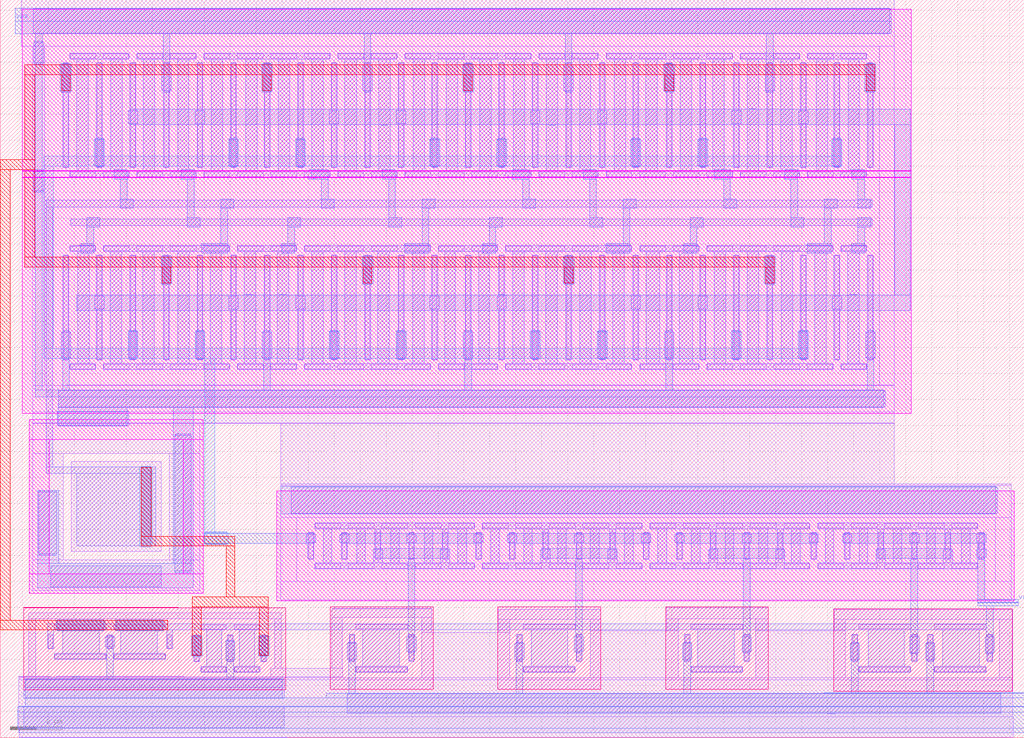
<source format=lef>
MACRO BGR_BJT_final
  CLASS BLOCK ;
  FOREIGN BGR_BJT_final ;
  ORIGIN 0.840 0.010 ;
  SIZE 39.405 BY 28.420 ;
  PIN vcc
    ANTENNADIFFAREA 17.077549 ;
    PORT
      LAYER met2 ;
        RECT 38.550 0.960 38.560 0.970 ;
    END
  END vcc
  PIN vss
    ANTENNAGATEAREA 26.728899 ;
    ANTENNADIFFAREA 55.184998 ;
    PORT
      LAYER met2 ;
        RECT -0.260 27.565 -0.250 27.575 ;
    END
  END vss
  PIN vref
    ANTENNADIFFAREA 1.160000 ;
    PORT
      LAYER met2 ;
        RECT 38.325 5.185 38.335 5.195 ;
    END
  END vref
  OBS
      LAYER pwell ;
        RECT -0.005 21.815 34.205 28.035 ;
        RECT -0.005 21.795 10.795 21.815 ;
        RECT 10.955 21.795 34.205 21.815 ;
        RECT -0.005 21.565 34.205 21.795 ;
        RECT -0.005 21.550 10.785 21.565 ;
        RECT 10.950 21.550 34.205 21.565 ;
        RECT -0.005 12.465 34.205 21.550 ;
        RECT 0.265 11.470 6.965 12.235 ;
        RECT 0.265 6.300 1.030 11.470 ;
        RECT 6.200 6.300 6.965 11.470 ;
        RECT 0.265 5.535 6.965 6.300 ;
        RECT 9.800 5.255 38.170 9.490 ;
      LAYER nwell ;
        RECT 0.065 4.990 5.985 4.995 ;
        RECT 0.065 1.835 10.140 4.990 ;
        RECT 11.855 1.840 15.815 5.030 ;
        RECT 18.305 1.840 22.265 5.030 ;
        RECT 24.755 1.840 28.715 5.030 ;
        RECT 0.085 1.830 10.140 1.835 ;
        RECT 31.235 1.775 38.100 4.950 ;
      LAYER li1 ;
        RECT -0.030 26.605 33.560 28.410 ;
        RECT 0.405 13.540 0.865 26.605 ;
        RECT 1.825 26.145 2.825 26.315 ;
        RECT 3.115 26.145 4.115 26.315 ;
        RECT 4.405 26.145 5.405 26.315 ;
        RECT 5.695 26.145 6.695 26.315 ;
        RECT 6.985 26.145 7.985 26.315 ;
        RECT 8.275 26.145 9.275 26.315 ;
        RECT 9.565 26.145 10.565 26.315 ;
        RECT 10.855 26.145 11.855 26.315 ;
        RECT 12.145 26.145 13.145 26.315 ;
        RECT 13.435 26.145 14.435 26.315 ;
        RECT 14.725 26.145 15.725 26.315 ;
        RECT 16.015 26.145 17.015 26.315 ;
        RECT 17.305 26.145 18.305 26.315 ;
        RECT 18.595 26.145 19.595 26.315 ;
        RECT 19.885 26.145 20.885 26.315 ;
        RECT 21.175 26.145 22.175 26.315 ;
        RECT 22.465 26.145 23.465 26.315 ;
        RECT 23.755 26.145 24.755 26.315 ;
        RECT 25.045 26.145 26.045 26.315 ;
        RECT 26.335 26.145 27.335 26.315 ;
        RECT 27.625 26.145 28.625 26.315 ;
        RECT 28.915 26.145 29.915 26.315 ;
        RECT 30.205 26.145 31.205 26.315 ;
        RECT 31.495 26.145 32.495 26.315 ;
        RECT 1.595 21.935 1.765 25.975 ;
        RECT 2.885 21.935 3.055 25.975 ;
        RECT 4.175 21.935 4.345 25.975 ;
        RECT 5.465 21.935 5.635 25.975 ;
        RECT 6.755 21.935 6.925 25.975 ;
        RECT 8.045 21.935 8.215 25.975 ;
        RECT 9.335 21.935 9.505 25.975 ;
        RECT 10.625 21.935 10.795 25.975 ;
        RECT 11.915 21.935 12.085 25.975 ;
        RECT 13.205 21.935 13.375 25.975 ;
        RECT 14.495 21.935 14.665 25.975 ;
        RECT 15.785 21.935 15.955 25.975 ;
        RECT 17.075 21.935 17.245 25.975 ;
        RECT 18.365 21.935 18.535 25.975 ;
        RECT 19.655 21.935 19.825 25.975 ;
        RECT 20.945 21.935 21.115 25.975 ;
        RECT 22.235 21.935 22.405 25.975 ;
        RECT 23.525 21.935 23.695 25.975 ;
        RECT 24.815 21.935 24.985 25.975 ;
        RECT 26.105 21.935 26.275 25.975 ;
        RECT 27.395 21.935 27.565 25.975 ;
        RECT 28.685 21.935 28.855 25.975 ;
        RECT 29.975 21.935 30.145 25.975 ;
        RECT 31.265 21.935 31.435 25.975 ;
        RECT 32.555 21.935 32.725 25.975 ;
        RECT 1.825 21.595 2.825 21.765 ;
        RECT 3.115 21.595 4.115 21.765 ;
        RECT 4.405 21.595 5.405 21.765 ;
        RECT 5.695 21.595 6.695 21.765 ;
        RECT 6.985 21.595 7.985 21.765 ;
        RECT 8.275 21.595 9.275 21.765 ;
        RECT 9.565 21.595 10.565 21.765 ;
        RECT 10.855 21.595 11.855 21.765 ;
        RECT 12.145 21.595 13.145 21.765 ;
        RECT 13.435 21.595 14.435 21.765 ;
        RECT 14.725 21.595 15.725 21.765 ;
        RECT 16.015 21.595 17.015 21.765 ;
        RECT 17.305 21.595 18.305 21.765 ;
        RECT 18.595 21.595 19.595 21.765 ;
        RECT 19.885 21.595 20.885 21.765 ;
        RECT 21.175 21.595 22.175 21.765 ;
        RECT 22.465 21.595 23.465 21.765 ;
        RECT 23.755 21.595 24.755 21.765 ;
        RECT 25.045 21.595 26.045 21.765 ;
        RECT 26.335 21.595 27.335 21.765 ;
        RECT 27.625 21.595 28.625 21.765 ;
        RECT 28.915 21.595 29.915 21.765 ;
        RECT 30.205 21.595 31.205 21.765 ;
        RECT 31.495 21.595 32.495 21.765 ;
        RECT 1.825 18.740 2.825 18.910 ;
        RECT 3.115 18.740 4.115 18.910 ;
        RECT 4.405 18.740 5.405 18.910 ;
        RECT 5.695 18.740 6.695 18.910 ;
        RECT 6.985 18.740 7.985 18.910 ;
        RECT 8.275 18.740 9.275 18.910 ;
        RECT 9.565 18.740 10.565 18.910 ;
        RECT 10.855 18.740 11.855 18.910 ;
        RECT 12.145 18.740 13.145 18.910 ;
        RECT 13.435 18.740 14.435 18.910 ;
        RECT 14.725 18.740 15.725 18.910 ;
        RECT 16.015 18.740 17.015 18.910 ;
        RECT 17.305 18.740 18.305 18.910 ;
        RECT 18.595 18.740 19.595 18.910 ;
        RECT 19.885 18.740 20.885 18.910 ;
        RECT 21.175 18.740 22.175 18.910 ;
        RECT 22.465 18.740 23.465 18.910 ;
        RECT 23.755 18.740 24.755 18.910 ;
        RECT 25.045 18.740 26.045 18.910 ;
        RECT 26.335 18.740 27.335 18.910 ;
        RECT 27.625 18.740 28.625 18.910 ;
        RECT 28.915 18.740 29.915 18.910 ;
        RECT 30.205 18.740 31.205 18.910 ;
        RECT 31.495 18.740 32.495 18.910 ;
        RECT 1.595 14.530 1.765 18.570 ;
        RECT 2.885 14.530 3.055 18.570 ;
        RECT 4.175 14.530 4.345 18.570 ;
        RECT 5.465 14.530 5.635 18.570 ;
        RECT 6.755 14.530 6.925 18.570 ;
        RECT 8.045 14.530 8.215 18.570 ;
        RECT 9.335 14.530 9.505 18.570 ;
        RECT 10.625 14.530 10.795 18.570 ;
        RECT 11.915 14.530 12.085 18.570 ;
        RECT 13.205 14.530 13.375 18.570 ;
        RECT 14.495 14.530 14.665 18.570 ;
        RECT 15.785 14.530 15.955 18.570 ;
        RECT 17.075 14.530 17.245 18.570 ;
        RECT 18.365 14.530 18.535 18.570 ;
        RECT 19.655 14.530 19.825 18.570 ;
        RECT 20.945 14.530 21.115 18.570 ;
        RECT 22.235 14.530 22.405 18.570 ;
        RECT 23.525 14.530 23.695 18.570 ;
        RECT 24.815 14.530 24.985 18.570 ;
        RECT 26.105 14.530 26.275 18.570 ;
        RECT 27.395 14.530 27.565 18.570 ;
        RECT 28.685 14.530 28.855 18.570 ;
        RECT 29.975 14.530 30.145 18.570 ;
        RECT 31.265 14.530 31.435 18.570 ;
        RECT 32.555 14.530 32.725 18.570 ;
        RECT 1.825 14.190 2.825 14.360 ;
        RECT 3.115 14.190 4.115 14.360 ;
        RECT 4.405 14.190 5.405 14.360 ;
        RECT 5.695 14.190 6.695 14.360 ;
        RECT 6.985 14.190 7.985 14.360 ;
        RECT 8.275 14.190 9.275 14.360 ;
        RECT 9.565 14.190 10.565 14.360 ;
        RECT 10.855 14.190 11.855 14.360 ;
        RECT 12.145 14.190 13.145 14.360 ;
        RECT 13.435 14.190 14.435 14.360 ;
        RECT 14.725 14.190 15.725 14.360 ;
        RECT 16.015 14.190 17.015 14.360 ;
        RECT 17.305 14.190 18.305 14.360 ;
        RECT 18.595 14.190 19.595 14.360 ;
        RECT 19.885 14.190 20.885 14.360 ;
        RECT 21.175 14.190 22.175 14.360 ;
        RECT 22.465 14.190 23.465 14.360 ;
        RECT 23.755 14.190 24.755 14.360 ;
        RECT 25.045 14.190 26.045 14.360 ;
        RECT 26.335 14.190 27.335 14.360 ;
        RECT 27.625 14.190 28.625 14.360 ;
        RECT 28.915 14.190 29.915 14.360 ;
        RECT 30.205 14.190 31.205 14.360 ;
        RECT 31.495 14.190 32.495 14.360 ;
        RECT 32.980 13.575 33.560 26.605 ;
        RECT 1.665 13.540 33.560 13.575 ;
        RECT 0.405 12.535 33.560 13.540 ;
        RECT 0.400 12.105 33.560 12.535 ;
        RECT 0.395 12.075 33.560 12.105 ;
        RECT 0.395 10.930 6.835 12.075 ;
        RECT 0.395 6.840 1.570 10.930 ;
        RECT 1.880 7.150 5.350 10.620 ;
        RECT 5.660 6.840 6.835 10.930 ;
        RECT 9.950 9.750 33.560 12.075 ;
        RECT 9.950 9.705 38.065 9.750 ;
        RECT 0.395 5.665 6.835 6.840 ;
        RECT 9.955 8.470 38.065 9.705 ;
        RECT 9.955 5.995 10.570 8.470 ;
        RECT 11.255 8.060 12.255 8.230 ;
        RECT 12.545 8.060 13.545 8.230 ;
        RECT 13.835 8.060 14.835 8.230 ;
        RECT 15.125 8.060 16.125 8.230 ;
        RECT 16.415 8.060 17.415 8.230 ;
        RECT 17.705 8.060 18.705 8.230 ;
        RECT 18.995 8.060 19.995 8.230 ;
        RECT 20.285 8.060 21.285 8.230 ;
        RECT 21.575 8.060 22.575 8.230 ;
        RECT 22.865 8.060 23.865 8.230 ;
        RECT 24.155 8.060 25.155 8.230 ;
        RECT 25.445 8.060 26.445 8.230 ;
        RECT 26.735 8.060 27.735 8.230 ;
        RECT 28.025 8.060 29.025 8.230 ;
        RECT 29.315 8.060 30.315 8.230 ;
        RECT 30.605 8.060 31.605 8.230 ;
        RECT 31.895 8.060 32.895 8.230 ;
        RECT 33.185 8.060 34.185 8.230 ;
        RECT 34.475 8.060 35.475 8.230 ;
        RECT 35.765 8.060 36.765 8.230 ;
        RECT 11.025 6.850 11.195 7.890 ;
        RECT 12.315 6.850 12.485 7.890 ;
        RECT 13.605 6.850 13.775 7.890 ;
        RECT 14.895 6.850 15.065 7.890 ;
        RECT 16.185 6.850 16.355 7.890 ;
        RECT 17.475 6.850 17.645 7.890 ;
        RECT 18.765 6.850 18.935 7.890 ;
        RECT 20.055 6.850 20.225 7.890 ;
        RECT 21.345 6.850 21.515 7.890 ;
        RECT 22.635 6.850 22.805 7.890 ;
        RECT 23.925 6.850 24.095 7.890 ;
        RECT 25.215 6.850 25.385 7.890 ;
        RECT 26.505 6.850 26.675 7.890 ;
        RECT 27.795 6.850 27.965 7.890 ;
        RECT 29.085 6.850 29.255 7.890 ;
        RECT 30.375 6.850 30.545 7.890 ;
        RECT 31.665 6.850 31.835 7.890 ;
        RECT 32.955 6.850 33.125 7.890 ;
        RECT 34.245 6.850 34.415 7.890 ;
        RECT 35.535 6.850 35.705 7.890 ;
        RECT 36.825 6.850 36.995 7.890 ;
        RECT 11.255 6.510 12.255 6.680 ;
        RECT 12.545 6.510 13.545 6.680 ;
        RECT 13.835 6.510 14.835 6.680 ;
        RECT 15.125 6.510 16.125 6.680 ;
        RECT 16.415 6.510 17.415 6.680 ;
        RECT 17.705 6.510 18.705 6.680 ;
        RECT 18.995 6.510 19.995 6.680 ;
        RECT 20.285 6.510 21.285 6.680 ;
        RECT 21.575 6.510 22.575 6.680 ;
        RECT 22.865 6.510 23.865 6.680 ;
        RECT 24.155 6.510 25.155 6.680 ;
        RECT 25.445 6.510 26.445 6.680 ;
        RECT 26.735 6.510 27.735 6.680 ;
        RECT 28.025 6.510 29.025 6.680 ;
        RECT 29.315 6.510 30.315 6.680 ;
        RECT 30.605 6.510 31.605 6.680 ;
        RECT 31.895 6.510 32.895 6.680 ;
        RECT 33.185 6.510 34.185 6.680 ;
        RECT 34.475 6.510 35.475 6.680 ;
        RECT 35.765 6.510 36.765 6.680 ;
        RECT 37.450 5.995 38.065 8.470 ;
        RECT 9.955 5.300 38.065 5.995 ;
        RECT 11.930 4.950 15.765 4.960 ;
        RECT 0.255 4.560 9.960 4.800 ;
        RECT 0.255 2.340 0.515 4.560 ;
        RECT 1.235 4.165 3.235 4.335 ;
        RECT 3.525 4.165 5.525 4.335 ;
        RECT 6.860 4.165 7.860 4.335 ;
        RECT 8.150 4.165 9.150 4.335 ;
        RECT 1.005 3.410 1.175 3.950 ;
        RECT 3.295 3.410 3.465 3.950 ;
        RECT 5.585 3.410 5.755 3.950 ;
        RECT 1.235 3.025 3.235 3.195 ;
        RECT 3.525 3.025 5.525 3.195 ;
        RECT 6.630 2.910 6.800 3.950 ;
        RECT 7.920 2.910 8.090 3.950 ;
        RECT 9.210 2.910 9.380 3.950 ;
        RECT 6.860 2.525 7.860 2.695 ;
        RECT 8.150 2.525 9.150 2.695 ;
        RECT 9.715 2.655 9.960 4.560 ;
        RECT 11.920 4.620 15.765 4.950 ;
        RECT 11.920 2.655 12.310 4.620 ;
        RECT 12.835 4.170 14.835 4.340 ;
        RECT 15.370 4.040 15.760 4.620 ;
        RECT 18.315 4.550 22.265 4.930 ;
        RECT 18.335 4.040 18.760 4.550 ;
        RECT 19.285 4.170 21.285 4.340 ;
        RECT 12.605 2.915 12.775 3.955 ;
        RECT 14.895 2.915 15.065 3.955 ;
        RECT -0.130 2.335 1.070 2.340 ;
        RECT 1.300 2.335 6.240 2.340 ;
        RECT -0.130 2.325 6.240 2.335 ;
        RECT 9.555 2.325 12.325 2.655 ;
        RECT 12.835 2.530 14.835 2.700 ;
        RECT -0.130 2.290 12.325 2.325 ;
        RECT 15.370 2.290 18.760 4.040 ;
        RECT 21.865 4.100 22.265 4.550 ;
        RECT 24.795 4.560 28.715 4.975 ;
        RECT 31.265 4.920 38.115 4.930 ;
        RECT 24.795 4.100 25.250 4.560 ;
        RECT 25.735 4.170 27.735 4.340 ;
        RECT 19.055 2.915 19.225 3.955 ;
        RECT 21.345 2.915 21.515 3.955 ;
        RECT 19.285 2.530 21.285 2.700 ;
        RECT 21.865 2.295 25.250 4.100 ;
        RECT 28.235 4.100 28.715 4.560 ;
        RECT 31.255 4.535 38.115 4.920 ;
        RECT 31.255 4.100 31.680 4.535 ;
        RECT 32.185 4.170 34.185 4.340 ;
        RECT 35.090 4.170 37.090 4.340 ;
        RECT 25.505 2.915 25.675 3.955 ;
        RECT 27.795 2.915 27.965 3.955 ;
        RECT 25.735 2.530 27.735 2.700 ;
        RECT 28.235 2.295 31.680 4.100 ;
        RECT 31.955 2.915 32.125 3.955 ;
        RECT 34.245 2.915 34.415 3.955 ;
        RECT 34.860 2.915 35.030 3.955 ;
        RECT 37.150 2.915 37.320 3.955 ;
        RECT 32.185 2.530 34.185 2.700 ;
        RECT 35.090 2.530 37.090 2.700 ;
        RECT 21.865 2.290 25.730 2.295 ;
        RECT 28.230 2.290 31.680 2.295 ;
        RECT 37.595 2.290 38.115 4.535 ;
        RECT -0.130 2.210 38.115 2.290 ;
        RECT -0.130 0.790 38.110 2.210 ;
        RECT -0.130 0.170 38.145 0.790 ;
        RECT -0.125 0.000 38.145 0.170 ;
        RECT -0.125 -0.010 10.175 0.000 ;
      LAYER met1 ;
        RECT 0.425 27.120 33.435 28.050 ;
        RECT 0.470 26.740 0.800 26.800 ;
        RECT 0.450 25.980 0.820 26.740 ;
        RECT 1.845 26.115 4.095 26.345 ;
        RECT 4.425 26.115 6.675 26.345 ;
        RECT 7.005 26.115 11.835 26.345 ;
        RECT 12.165 26.115 14.415 26.345 ;
        RECT 14.745 26.115 19.575 26.345 ;
        RECT 19.905 26.115 22.155 26.345 ;
        RECT 22.485 26.115 27.315 26.345 ;
        RECT 27.645 26.115 29.895 26.345 ;
        RECT 30.225 26.115 32.475 26.345 ;
        RECT 0.470 25.920 0.800 25.980 ;
        RECT 1.565 25.895 1.795 25.955 ;
        RECT 1.470 24.895 1.890 25.895 ;
        RECT 1.565 21.955 1.795 24.895 ;
        RECT 0.470 21.790 0.800 21.850 ;
        RECT 2.090 21.795 2.535 26.115 ;
        RECT 2.855 23.015 3.085 25.955 ;
        RECT 2.780 22.015 3.160 23.015 ;
        RECT 2.855 21.955 3.085 22.015 ;
        RECT 3.410 21.810 3.855 26.115 ;
        RECT 4.145 24.135 4.375 25.955 ;
        RECT 4.080 23.635 4.440 24.135 ;
        RECT 4.145 21.955 4.375 23.635 ;
        RECT 3.410 21.795 4.085 21.810 ;
        RECT 4.655 21.795 5.100 26.115 ;
        RECT 5.435 25.895 5.665 25.955 ;
        RECT 5.370 24.895 5.730 25.895 ;
        RECT 5.435 21.955 5.665 24.895 ;
        RECT 5.975 21.810 6.415 26.115 ;
        RECT 6.725 24.135 6.955 25.955 ;
        RECT 6.660 23.635 7.020 24.135 ;
        RECT 6.725 21.955 6.955 23.635 ;
        RECT 5.975 21.795 6.665 21.810 ;
        RECT 7.280 21.795 7.720 26.115 ;
        RECT 8.015 23.015 8.245 25.955 ;
        RECT 7.940 22.015 8.320 23.015 ;
        RECT 8.015 21.955 8.245 22.015 ;
        RECT 8.595 21.795 9.035 26.115 ;
        RECT 9.305 25.895 9.535 25.955 ;
        RECT 9.210 24.895 9.630 25.895 ;
        RECT 9.305 21.955 9.535 24.895 ;
        RECT 9.845 21.795 10.285 26.115 ;
        RECT 10.595 23.015 10.825 25.955 ;
        RECT 10.520 22.015 10.900 23.015 ;
        RECT 10.595 21.955 10.825 22.015 ;
        RECT 11.140 21.860 11.580 26.115 ;
        RECT 11.885 24.135 12.115 25.955 ;
        RECT 11.820 23.635 12.180 24.135 ;
        RECT 11.885 21.955 12.115 23.635 ;
        RECT 11.030 21.810 11.580 21.860 ;
        RECT 11.030 21.795 11.825 21.810 ;
        RECT 12.405 21.795 12.870 26.115 ;
        RECT 13.175 25.895 13.405 25.955 ;
        RECT 13.110 24.895 13.470 25.895 ;
        RECT 13.175 21.955 13.405 24.895 ;
        RECT 13.715 21.810 14.155 26.115 ;
        RECT 14.465 24.135 14.695 25.955 ;
        RECT 14.400 23.635 14.760 24.135 ;
        RECT 14.465 21.955 14.695 23.635 ;
        RECT 13.715 21.795 14.405 21.810 ;
        RECT 15.040 21.795 15.480 26.115 ;
        RECT 15.755 23.015 15.985 25.955 ;
        RECT 15.680 22.015 16.060 23.015 ;
        RECT 15.755 21.955 15.985 22.015 ;
        RECT 16.320 21.795 16.760 26.115 ;
        RECT 17.045 25.895 17.275 25.955 ;
        RECT 16.950 24.895 17.370 25.895 ;
        RECT 17.045 21.955 17.275 24.895 ;
        RECT 17.605 21.795 18.045 26.115 ;
        RECT 18.335 23.015 18.565 25.955 ;
        RECT 18.260 22.015 18.640 23.015 ;
        RECT 18.335 21.955 18.565 22.015 ;
        RECT 18.900 21.810 19.340 26.115 ;
        RECT 19.625 24.135 19.855 25.955 ;
        RECT 19.560 23.635 19.920 24.135 ;
        RECT 19.625 21.955 19.855 23.635 ;
        RECT 18.815 21.795 19.565 21.810 ;
        RECT 20.160 21.795 20.600 26.115 ;
        RECT 20.915 25.895 21.145 25.955 ;
        RECT 20.845 24.895 21.205 25.895 ;
        RECT 20.915 21.955 21.145 24.895 ;
        RECT 21.445 21.810 21.885 26.115 ;
        RECT 22.205 24.135 22.435 25.955 ;
        RECT 22.140 23.635 22.500 24.135 ;
        RECT 22.205 21.955 22.435 23.635 ;
        RECT 21.445 21.795 22.145 21.810 ;
        RECT 22.780 21.795 23.220 26.115 ;
        RECT 23.495 23.015 23.725 25.955 ;
        RECT 23.420 22.015 23.800 23.015 ;
        RECT 23.495 21.955 23.725 22.015 ;
        RECT 24.000 21.795 24.440 26.115 ;
        RECT 24.785 25.895 25.015 25.955 ;
        RECT 24.690 24.895 25.110 25.895 ;
        RECT 24.785 21.955 25.015 24.895 ;
        RECT 25.325 21.795 25.765 26.115 ;
        RECT 26.075 23.015 26.305 25.955 ;
        RECT 26.000 22.015 26.380 23.015 ;
        RECT 26.075 21.955 26.305 22.015 ;
        RECT 26.580 21.810 27.020 26.115 ;
        RECT 27.365 24.135 27.595 25.955 ;
        RECT 27.300 23.635 27.660 24.135 ;
        RECT 27.365 21.955 27.595 23.635 ;
        RECT 26.580 21.795 27.305 21.810 ;
        RECT 27.910 21.795 28.350 26.115 ;
        RECT 28.655 25.895 28.885 25.955 ;
        RECT 28.590 24.895 28.950 25.895 ;
        RECT 28.655 21.955 28.885 24.895 ;
        RECT 29.195 21.810 29.635 26.115 ;
        RECT 29.945 24.135 30.175 25.955 ;
        RECT 29.880 23.635 30.240 24.135 ;
        RECT 29.945 21.955 30.175 23.635 ;
        RECT 29.195 21.795 29.885 21.810 ;
        RECT 30.565 21.795 31.005 26.115 ;
        RECT 31.235 23.015 31.465 25.955 ;
        RECT 31.160 22.015 31.540 23.015 ;
        RECT 31.235 21.955 31.465 22.015 ;
        RECT 31.780 21.810 32.220 26.115 ;
        RECT 32.525 25.895 32.755 25.955 ;
        RECT 32.430 24.895 32.850 25.895 ;
        RECT 32.525 21.955 32.755 24.895 ;
        RECT 31.780 21.795 32.465 21.810 ;
        RECT 0.450 21.050 0.820 21.790 ;
        RECT 1.845 21.565 4.095 21.795 ;
        RECT 4.425 21.565 6.675 21.795 ;
        RECT 7.005 21.565 11.835 21.795 ;
        RECT 12.165 21.565 14.415 21.795 ;
        RECT 14.745 21.565 19.575 21.795 ;
        RECT 19.905 21.565 22.155 21.795 ;
        RECT 22.485 21.565 27.315 21.795 ;
        RECT 27.645 21.565 29.895 21.795 ;
        RECT 30.225 21.565 32.475 21.795 ;
        RECT 3.485 21.550 4.085 21.565 ;
        RECT 6.065 21.550 6.665 21.565 ;
        RECT 11.030 21.550 11.825 21.565 ;
        RECT 13.805 21.550 14.405 21.565 ;
        RECT 18.815 21.550 19.565 21.565 ;
        RECT 21.545 21.550 22.145 21.565 ;
        RECT 26.600 21.550 27.305 21.565 ;
        RECT 29.285 21.550 29.885 21.565 ;
        RECT 31.865 21.550 32.465 21.565 ;
        RECT 11.030 21.500 11.255 21.550 ;
        RECT 0.470 20.990 0.800 21.050 ;
        RECT 0.920 20.420 32.705 20.680 ;
        RECT 0.920 10.410 1.180 20.420 ;
        RECT 1.875 19.695 32.705 19.955 ;
        RECT 2.195 18.940 2.795 18.955 ;
        RECT 6.855 18.940 7.955 18.955 ;
        RECT 9.935 18.940 10.535 18.955 ;
        RECT 14.675 18.940 15.695 18.955 ;
        RECT 17.675 18.940 18.275 18.955 ;
        RECT 22.415 18.940 23.435 18.955 ;
        RECT 25.415 18.940 26.015 18.955 ;
        RECT 30.155 18.940 31.175 18.955 ;
        RECT 31.865 18.940 32.465 18.955 ;
        RECT 1.845 18.710 2.805 18.940 ;
        RECT 3.135 18.710 7.965 18.940 ;
        RECT 8.295 18.710 10.545 18.940 ;
        RECT 10.875 18.710 15.705 18.940 ;
        RECT 16.035 18.710 18.285 18.940 ;
        RECT 18.615 18.710 23.445 18.940 ;
        RECT 23.775 18.710 26.025 18.940 ;
        RECT 26.355 18.710 31.185 18.940 ;
        RECT 31.515 18.710 32.475 18.940 ;
        RECT 2.130 18.695 2.795 18.710 ;
        RECT 1.565 15.610 1.795 18.550 ;
        RECT 1.500 14.610 1.860 15.610 ;
        RECT 1.565 14.550 1.795 14.610 ;
        RECT 2.130 14.390 2.570 18.695 ;
        RECT 2.855 16.985 3.085 18.550 ;
        RECT 2.790 16.485 3.150 16.985 ;
        RECT 2.855 14.550 3.085 16.485 ;
        RECT 3.390 14.390 3.830 18.710 ;
        RECT 4.145 15.615 4.375 18.550 ;
        RECT 4.070 14.615 4.450 15.615 ;
        RECT 4.145 14.550 4.375 14.615 ;
        RECT 4.635 14.390 5.075 18.710 ;
        RECT 5.435 18.490 5.665 18.550 ;
        RECT 5.340 17.490 5.760 18.490 ;
        RECT 5.435 14.550 5.665 17.490 ;
        RECT 5.985 14.390 6.425 18.710 ;
        RECT 6.855 18.695 7.955 18.710 ;
        RECT 6.725 15.610 6.955 18.550 ;
        RECT 6.650 14.610 7.030 15.610 ;
        RECT 6.725 14.550 6.955 14.610 ;
        RECT 7.230 14.390 7.670 18.695 ;
        RECT 8.015 16.985 8.245 18.550 ;
        RECT 7.950 16.485 8.310 16.985 ;
        RECT 8.015 14.550 8.245 16.485 ;
        RECT 8.545 14.390 8.985 18.710 ;
        RECT 9.815 18.695 10.535 18.710 ;
        RECT 9.305 15.610 9.535 18.550 ;
        RECT 9.240 14.610 9.600 15.610 ;
        RECT 9.305 14.550 9.535 14.610 ;
        RECT 9.815 14.390 10.255 18.695 ;
        RECT 10.595 16.985 10.825 18.550 ;
        RECT 10.530 16.485 10.890 16.985 ;
        RECT 10.595 14.550 10.825 16.485 ;
        RECT 11.150 14.390 11.590 18.710 ;
        RECT 11.885 15.610 12.115 18.550 ;
        RECT 11.810 14.610 12.190 15.610 ;
        RECT 11.885 14.550 12.115 14.610 ;
        RECT 12.415 14.390 12.855 18.710 ;
        RECT 13.175 18.490 13.405 18.550 ;
        RECT 13.080 17.490 13.500 18.490 ;
        RECT 13.175 14.550 13.405 17.490 ;
        RECT 13.675 14.390 14.115 18.710 ;
        RECT 14.675 18.695 15.695 18.710 ;
        RECT 14.465 15.610 14.695 18.550 ;
        RECT 14.390 14.610 14.770 15.610 ;
        RECT 14.465 14.550 14.695 14.610 ;
        RECT 15.030 14.390 15.470 18.695 ;
        RECT 15.755 16.985 15.985 18.550 ;
        RECT 15.690 16.485 16.050 16.985 ;
        RECT 15.755 14.550 15.985 16.485 ;
        RECT 16.260 14.390 16.665 18.710 ;
        RECT 17.560 18.695 18.275 18.710 ;
        RECT 17.045 15.610 17.275 18.550 ;
        RECT 16.980 14.610 17.340 15.610 ;
        RECT 17.045 14.550 17.275 14.610 ;
        RECT 17.560 14.390 17.965 18.695 ;
        RECT 18.335 16.990 18.565 18.550 ;
        RECT 18.270 16.490 18.630 16.990 ;
        RECT 18.335 14.550 18.565 16.490 ;
        RECT 18.870 14.390 19.310 18.710 ;
        RECT 19.625 15.610 19.855 18.550 ;
        RECT 19.550 14.610 19.930 15.610 ;
        RECT 19.625 14.550 19.855 14.610 ;
        RECT 20.150 14.390 20.590 18.710 ;
        RECT 20.915 18.490 21.145 18.550 ;
        RECT 20.820 17.490 21.240 18.490 ;
        RECT 20.915 14.550 21.145 17.490 ;
        RECT 21.455 14.390 21.895 18.710 ;
        RECT 22.415 18.695 23.435 18.710 ;
        RECT 22.205 15.610 22.435 18.550 ;
        RECT 22.130 14.610 22.510 15.610 ;
        RECT 22.205 14.550 22.435 14.610 ;
        RECT 22.730 14.390 23.170 18.695 ;
        RECT 23.495 16.985 23.725 18.550 ;
        RECT 23.430 16.485 23.790 16.985 ;
        RECT 23.495 14.550 23.725 16.485 ;
        RECT 24.005 14.390 24.535 18.710 ;
        RECT 25.280 18.695 26.015 18.710 ;
        RECT 24.785 15.610 25.015 18.550 ;
        RECT 24.720 14.610 25.080 15.610 ;
        RECT 24.785 14.550 25.015 14.610 ;
        RECT 25.280 14.390 25.810 18.695 ;
        RECT 26.075 16.985 26.305 18.550 ;
        RECT 26.010 16.485 26.370 16.985 ;
        RECT 26.075 14.550 26.305 16.485 ;
        RECT 26.630 14.390 27.070 18.710 ;
        RECT 27.365 15.610 27.595 18.550 ;
        RECT 27.290 14.610 27.670 15.610 ;
        RECT 27.365 14.550 27.595 14.610 ;
        RECT 27.910 14.390 28.350 18.710 ;
        RECT 28.655 18.490 28.885 18.550 ;
        RECT 28.560 17.490 28.980 18.490 ;
        RECT 28.655 14.550 28.885 17.490 ;
        RECT 29.205 14.390 29.645 18.710 ;
        RECT 30.155 18.695 31.175 18.710 ;
        RECT 31.770 18.695 32.465 18.710 ;
        RECT 29.945 15.610 30.175 18.550 ;
        RECT 29.870 14.610 30.250 15.610 ;
        RECT 29.945 14.550 30.175 14.610 ;
        RECT 30.505 14.390 30.945 18.695 ;
        RECT 31.235 16.985 31.465 18.550 ;
        RECT 31.170 16.485 31.530 16.985 ;
        RECT 31.235 14.550 31.465 16.485 ;
        RECT 31.770 14.390 32.210 18.695 ;
        RECT 32.525 15.610 32.755 18.550 ;
        RECT 32.460 14.610 32.820 15.610 ;
        RECT 32.525 14.550 32.755 14.610 ;
        RECT 1.845 14.160 2.805 14.390 ;
        RECT 3.135 14.160 7.965 14.390 ;
        RECT 8.295 14.160 10.545 14.390 ;
        RECT 10.875 14.160 15.705 14.390 ;
        RECT 16.035 14.160 18.285 14.390 ;
        RECT 18.615 14.160 23.445 14.390 ;
        RECT 23.775 14.160 26.025 14.390 ;
        RECT 26.355 14.160 31.185 14.390 ;
        RECT 31.515 14.160 32.475 14.390 ;
        RECT 1.385 12.725 33.215 13.345 ;
        RECT 1.350 12.000 4.105 12.540 ;
        RECT 5.885 11.615 6.485 11.675 ;
        RECT 0.920 10.150 5.140 10.410 ;
        RECT 0.650 9.450 1.310 9.510 ;
        RECT 0.630 7.055 1.330 9.450 ;
        RECT 2.090 7.360 5.140 10.150 ;
        RECT 0.650 6.995 1.310 7.055 ;
        RECT 1.105 5.795 5.350 6.595 ;
        RECT 5.865 6.400 6.505 11.615 ;
        RECT 10.360 8.625 37.515 9.640 ;
        RECT 11.275 8.030 17.395 8.260 ;
        RECT 17.725 8.030 23.845 8.260 ;
        RECT 24.175 8.030 30.295 8.260 ;
        RECT 30.625 8.030 36.745 8.260 ;
        RECT 10.995 7.810 11.225 7.870 ;
        RECT 10.930 7.510 11.290 7.810 ;
        RECT 10.995 6.870 11.225 7.510 ;
        RECT 11.580 6.710 11.915 8.030 ;
        RECT 12.285 7.810 12.515 7.870 ;
        RECT 12.220 7.510 12.580 7.810 ;
        RECT 12.285 6.870 12.515 7.510 ;
        RECT 12.870 6.710 13.205 8.030 ;
        RECT 13.575 7.230 13.805 8.030 ;
        RECT 13.510 6.710 13.870 7.230 ;
        RECT 14.180 6.710 14.515 8.030 ;
        RECT 14.865 7.810 15.095 7.870 ;
        RECT 14.800 7.510 15.160 7.810 ;
        RECT 14.865 6.870 15.095 7.510 ;
        RECT 15.465 6.710 15.800 8.030 ;
        RECT 16.155 7.230 16.385 8.030 ;
        RECT 16.090 6.710 16.450 7.230 ;
        RECT 16.765 6.710 17.100 8.030 ;
        RECT 17.445 7.810 17.675 7.870 ;
        RECT 17.380 7.510 17.740 7.810 ;
        RECT 17.445 6.870 17.675 7.510 ;
        RECT 18.025 6.710 18.360 8.030 ;
        RECT 18.735 7.810 18.965 7.870 ;
        RECT 18.670 7.510 19.030 7.810 ;
        RECT 18.735 6.870 18.965 7.510 ;
        RECT 19.295 6.710 19.630 8.030 ;
        RECT 20.025 7.230 20.255 8.030 ;
        RECT 19.960 6.710 20.320 7.230 ;
        RECT 20.600 6.710 20.935 8.030 ;
        RECT 21.315 7.810 21.545 7.870 ;
        RECT 21.250 7.510 21.610 7.810 ;
        RECT 21.315 6.870 21.545 7.510 ;
        RECT 21.865 6.710 22.200 8.030 ;
        RECT 22.605 7.230 22.835 8.030 ;
        RECT 22.540 6.710 22.900 7.230 ;
        RECT 23.175 6.710 23.510 8.030 ;
        RECT 23.895 7.810 24.125 7.870 ;
        RECT 23.830 7.510 24.190 7.810 ;
        RECT 23.895 6.870 24.125 7.510 ;
        RECT 24.465 6.710 24.800 8.030 ;
        RECT 25.185 7.810 25.415 7.870 ;
        RECT 25.120 7.510 25.480 7.810 ;
        RECT 25.185 6.870 25.415 7.510 ;
        RECT 25.750 6.710 26.085 8.030 ;
        RECT 26.475 7.230 26.705 8.030 ;
        RECT 26.410 6.710 26.770 7.230 ;
        RECT 27.055 6.710 27.390 8.030 ;
        RECT 27.765 7.810 27.995 7.870 ;
        RECT 27.700 7.510 28.060 7.810 ;
        RECT 27.765 6.870 27.995 7.510 ;
        RECT 28.350 6.710 28.685 8.030 ;
        RECT 29.055 7.230 29.285 8.030 ;
        RECT 28.990 6.710 29.350 7.230 ;
        RECT 29.600 6.710 29.935 8.030 ;
        RECT 30.345 7.810 30.575 7.870 ;
        RECT 30.280 7.510 30.640 7.810 ;
        RECT 30.345 6.870 30.575 7.510 ;
        RECT 30.900 6.710 31.235 8.030 ;
        RECT 31.635 7.810 31.865 7.870 ;
        RECT 31.570 7.510 31.930 7.810 ;
        RECT 31.635 6.870 31.865 7.510 ;
        RECT 32.210 6.710 32.545 8.030 ;
        RECT 32.925 7.230 33.155 8.030 ;
        RECT 32.860 6.710 33.220 7.230 ;
        RECT 33.510 6.710 33.845 8.030 ;
        RECT 34.215 7.810 34.445 7.870 ;
        RECT 34.150 7.510 34.510 7.810 ;
        RECT 34.215 6.870 34.445 7.510 ;
        RECT 34.805 6.710 35.140 8.030 ;
        RECT 35.505 7.230 35.735 8.030 ;
        RECT 35.440 6.710 35.800 7.230 ;
        RECT 36.140 6.710 36.475 8.030 ;
        RECT 36.795 7.810 37.025 7.870 ;
        RECT 36.730 7.510 37.090 7.810 ;
        RECT 36.795 7.230 37.025 7.510 ;
        RECT 36.730 6.930 37.090 7.230 ;
        RECT 36.795 6.870 37.025 6.930 ;
        RECT 11.275 6.480 17.395 6.710 ;
        RECT 17.725 6.480 23.845 6.710 ;
        RECT 24.175 6.480 30.295 6.710 ;
        RECT 30.625 6.480 36.745 6.710 ;
        RECT 5.885 6.340 6.485 6.400 ;
        RECT 1.300 4.365 3.195 4.470 ;
        RECT 3.570 4.365 5.465 4.470 ;
        RECT 8.765 4.365 37.095 4.370 ;
        RECT 0.975 4.140 37.095 4.365 ;
        RECT 0.975 4.135 12.005 4.140 ;
        RECT 0.975 3.430 1.205 4.135 ;
        RECT 1.550 3.225 2.960 4.135 ;
        RECT 3.265 3.870 3.495 3.930 ;
        RECT 3.200 3.490 3.560 3.870 ;
        RECT 3.265 3.430 3.495 3.490 ;
        RECT 3.785 3.225 5.195 4.135 ;
        RECT 5.555 3.430 5.785 4.135 ;
        RECT 6.600 3.870 6.830 3.930 ;
        RECT 1.255 2.995 3.215 3.225 ;
        RECT 3.545 2.995 5.505 3.225 ;
        RECT 6.505 3.170 6.925 3.870 ;
        RECT 6.600 2.930 6.830 3.170 ;
        RECT 7.095 2.725 7.685 4.135 ;
        RECT 7.890 3.690 8.120 3.930 ;
        RECT 7.825 2.990 8.185 3.690 ;
        RECT 7.890 2.930 8.120 2.990 ;
        RECT 8.355 2.725 8.945 4.135 ;
        RECT 9.180 3.870 9.410 3.930 ;
        RECT 9.085 3.170 9.505 3.870 ;
        RECT 12.575 3.610 12.805 3.935 ;
        RECT 9.180 2.930 9.410 3.170 ;
        RECT 12.510 2.995 12.870 3.610 ;
        RECT 12.575 2.935 12.805 2.995 ;
        RECT 13.105 2.730 14.500 4.140 ;
        RECT 14.865 3.875 15.095 3.935 ;
        RECT 14.800 3.310 15.160 3.875 ;
        RECT 19.025 3.610 19.255 3.935 ;
        RECT 14.865 2.935 15.095 3.310 ;
        RECT 18.960 2.995 19.320 3.610 ;
        RECT 19.025 2.935 19.255 2.995 ;
        RECT 19.595 2.730 20.990 4.140 ;
        RECT 21.315 3.875 21.545 3.935 ;
        RECT 21.250 3.310 21.610 3.875 ;
        RECT 25.475 3.610 25.705 3.935 ;
        RECT 21.315 2.935 21.545 3.310 ;
        RECT 25.410 2.995 25.770 3.610 ;
        RECT 25.475 2.935 25.705 2.995 ;
        RECT 26.000 2.730 27.395 4.140 ;
        RECT 27.765 3.875 27.995 3.935 ;
        RECT 27.700 3.310 28.060 3.875 ;
        RECT 31.925 3.615 32.155 3.935 ;
        RECT 27.765 2.935 27.995 3.310 ;
        RECT 31.860 2.995 32.220 3.615 ;
        RECT 31.925 2.935 32.155 2.995 ;
        RECT 32.550 2.730 33.945 4.140 ;
        RECT 34.215 3.875 34.445 3.935 ;
        RECT 34.150 3.260 34.510 3.875 ;
        RECT 34.830 3.610 35.060 3.935 ;
        RECT 34.215 2.935 34.445 3.260 ;
        RECT 34.765 2.995 35.125 3.610 ;
        RECT 34.830 2.935 35.060 2.995 ;
        RECT 35.430 2.730 36.825 4.140 ;
        RECT 37.120 3.875 37.350 3.935 ;
        RECT 37.055 3.260 37.415 3.875 ;
        RECT 37.120 2.935 37.350 3.260 ;
        RECT 6.880 2.495 7.840 2.725 ;
        RECT 8.170 2.495 9.130 2.725 ;
        RECT 12.855 2.500 14.815 2.730 ;
        RECT 19.305 2.500 21.265 2.730 ;
        RECT 25.755 2.500 27.715 2.730 ;
        RECT 32.205 2.500 34.165 2.730 ;
        RECT 35.110 2.500 37.070 2.730 ;
        RECT 5.025 2.225 10.075 2.235 ;
        RECT 0.060 1.505 10.075 2.225 ;
        RECT 30.970 1.670 31.260 1.690 ;
        RECT 5.025 1.500 10.075 1.505 ;
        RECT 0.065 0.370 10.080 1.170 ;
        RECT 12.510 0.915 37.655 1.670 ;
        RECT 30.970 0.895 31.260 0.915 ;
      LAYER met2 ;
        RECT -0.260 27.575 33.375 28.070 ;
        RECT -0.250 27.565 33.375 27.575 ;
        RECT -0.260 27.100 33.375 27.565 ;
        RECT 0.500 13.365 0.770 27.100 ;
        RECT 1.520 24.845 1.840 25.945 ;
        RECT 5.420 24.845 5.680 27.100 ;
        RECT 9.260 24.845 9.580 25.945 ;
        RECT 13.160 24.845 13.420 27.100 ;
        RECT 17.000 24.845 17.320 25.945 ;
        RECT 20.895 24.845 21.155 27.100 ;
        RECT 24.740 24.845 25.060 25.945 ;
        RECT 28.640 24.845 28.900 27.100 ;
        RECT 32.480 24.845 32.800 25.945 ;
        RECT 12.485 24.185 12.745 24.190 ;
        RECT 21.520 24.185 21.780 24.190 ;
        RECT 27.975 24.185 28.235 24.200 ;
        RECT 29.285 24.185 29.545 24.190 ;
        RECT 4.130 23.585 34.170 24.185 ;
        RECT 13.795 23.580 14.055 23.585 ;
        RECT 20.260 23.575 20.520 23.585 ;
        RECT 2.830 21.965 3.110 23.065 ;
        RECT 7.990 21.965 8.270 23.065 ;
        RECT 10.570 21.965 10.850 23.065 ;
        RECT 15.730 21.965 16.010 23.065 ;
        RECT 18.310 21.965 18.590 23.065 ;
        RECT 23.470 21.965 23.750 23.065 ;
        RECT 26.050 21.965 26.330 23.065 ;
        RECT 31.210 21.965 31.490 23.065 ;
        RECT 3.535 21.500 4.035 21.860 ;
        RECT 6.115 21.500 6.615 21.860 ;
        RECT 11.115 21.500 11.775 21.860 ;
        RECT 13.855 21.500 14.355 21.860 ;
        RECT 18.885 21.500 19.515 21.860 ;
        RECT 21.595 21.500 22.095 21.860 ;
        RECT 26.630 21.500 27.255 21.860 ;
        RECT 29.335 21.500 29.835 21.860 ;
        RECT 31.915 21.500 32.415 21.860 ;
        RECT 3.775 20.730 4.035 21.500 ;
        RECT 3.775 20.370 4.275 20.730 ;
        RECT 6.355 20.005 6.615 21.500 ;
        RECT 11.515 20.730 11.775 21.500 ;
        RECT 7.645 20.370 8.145 20.730 ;
        RECT 11.515 20.370 12.015 20.730 ;
        RECT 2.485 19.645 2.985 20.005 ;
        RECT 6.355 19.645 6.855 20.005 ;
        RECT 2.485 19.005 2.745 19.645 ;
        RECT 7.645 19.005 7.905 20.370 ;
        RECT 14.095 20.005 14.355 21.500 ;
        RECT 19.255 20.730 19.515 21.500 ;
        RECT 15.385 20.370 15.885 20.730 ;
        RECT 19.255 20.370 19.755 20.730 ;
        RECT 10.225 19.645 10.725 20.005 ;
        RECT 14.095 19.645 14.595 20.005 ;
        RECT 10.225 19.005 10.485 19.645 ;
        RECT 15.385 19.005 15.645 20.370 ;
        RECT 21.835 20.005 22.095 21.500 ;
        RECT 26.995 20.730 27.255 21.500 ;
        RECT 23.125 20.370 23.625 20.730 ;
        RECT 26.995 20.370 27.495 20.730 ;
        RECT 17.965 19.645 18.465 20.005 ;
        RECT 21.835 19.645 22.335 20.005 ;
        RECT 17.965 19.005 18.225 19.645 ;
        RECT 23.125 19.005 23.385 20.370 ;
        RECT 29.575 20.005 29.835 21.500 ;
        RECT 32.155 20.730 32.415 21.500 ;
        RECT 30.865 20.370 31.365 20.730 ;
        RECT 32.155 20.370 32.655 20.730 ;
        RECT 25.705 19.645 26.205 20.005 ;
        RECT 29.575 19.645 30.075 20.005 ;
        RECT 25.705 19.005 25.965 19.645 ;
        RECT 30.865 19.005 31.125 20.370 ;
        RECT 32.155 19.645 32.655 20.005 ;
        RECT 32.155 19.005 32.415 19.645 ;
        RECT 2.245 18.645 2.745 19.005 ;
        RECT 6.905 18.645 7.905 19.005 ;
        RECT 9.985 18.645 10.485 19.005 ;
        RECT 14.725 18.645 15.645 19.005 ;
        RECT 17.725 18.645 18.225 19.005 ;
        RECT 22.465 18.645 23.385 19.005 ;
        RECT 25.465 18.645 25.965 19.005 ;
        RECT 30.205 18.645 31.125 19.005 ;
        RECT 31.915 18.645 32.415 19.005 ;
        RECT 5.390 17.440 5.710 18.540 ;
        RECT 13.130 17.440 13.450 18.540 ;
        RECT 20.870 17.440 21.190 18.540 ;
        RECT 28.610 17.440 28.930 18.540 ;
        RECT 8.615 17.035 8.875 17.040 ;
        RECT 9.895 17.035 10.155 17.045 ;
        RECT 18.320 17.035 18.580 17.040 ;
        RECT 31.850 17.035 32.110 17.045 ;
        RECT 33.570 17.035 34.170 23.585 ;
        RECT 2.105 16.435 34.170 17.035 ;
        RECT 2.225 16.425 2.485 16.435 ;
        RECT 17.635 16.425 17.895 16.435 ;
        RECT 24.115 16.425 24.375 16.435 ;
        RECT 1.550 13.365 1.810 15.660 ;
        RECT 4.120 14.565 4.400 15.665 ;
        RECT 6.700 14.560 6.980 15.660 ;
        RECT 9.290 13.365 9.550 15.660 ;
        RECT 11.860 14.560 12.140 15.660 ;
        RECT 14.440 14.560 14.720 15.660 ;
        RECT 17.030 13.365 17.290 15.660 ;
        RECT 19.600 14.560 19.880 15.660 ;
        RECT 22.180 14.560 22.460 15.660 ;
        RECT 24.770 13.365 25.030 15.660 ;
        RECT 27.340 14.560 27.620 15.660 ;
        RECT 29.920 14.560 30.200 15.660 ;
        RECT 32.510 13.365 32.770 15.660 ;
        RECT 0.500 13.095 33.155 13.365 ;
        RECT 1.385 12.705 33.155 13.095 ;
        RECT 1.385 11.980 4.045 12.705 ;
        RECT 0.605 6.700 1.410 9.510 ;
        RECT 4.580 7.335 4.950 10.435 ;
        RECT 5.805 6.700 6.575 12.705 ;
        RECT 9.955 8.605 37.455 9.660 ;
        RECT 7.060 7.860 7.870 7.900 ;
        RECT 7.030 7.460 11.240 7.860 ;
        RECT 12.270 7.460 17.690 7.860 ;
        RECT 18.720 7.460 24.140 7.860 ;
        RECT 25.170 7.460 30.590 7.860 ;
        RECT 31.620 7.460 37.040 7.860 ;
        RECT 7.060 7.430 7.870 7.460 ;
        RECT 13.560 6.880 16.400 7.280 ;
        RECT 20.010 6.880 22.850 7.280 ;
        RECT 26.460 6.880 29.300 7.280 ;
        RECT 32.910 6.880 35.750 7.280 ;
        RECT 0.605 5.750 6.575 6.700 ;
        RECT 1.350 4.095 3.145 4.520 ;
        RECT 3.620 4.095 5.415 4.520 ;
        RECT 1.950 2.245 2.210 2.340 ;
        RECT 3.250 2.245 3.510 3.920 ;
        RECT 6.555 3.120 6.875 3.920 ;
        RECT 7.875 2.255 8.135 3.740 ;
        RECT 9.135 3.120 9.455 3.920 ;
        RECT 5.085 2.245 10.015 2.255 ;
        RECT 0.120 1.915 10.015 2.245 ;
        RECT 0.115 1.515 10.015 1.915 ;
        RECT 12.560 1.690 12.820 3.660 ;
        RECT 14.850 3.260 15.110 6.880 ;
        RECT 19.010 1.690 19.270 3.660 ;
        RECT 21.300 3.260 21.560 6.880 ;
        RECT 25.460 1.690 25.720 3.660 ;
        RECT 27.750 3.260 28.010 6.880 ;
        RECT 31.910 1.720 32.170 3.665 ;
        RECT 34.200 3.215 34.460 6.880 ;
        RECT 36.780 5.315 37.040 7.460 ;
        RECT 36.780 5.195 38.335 5.315 ;
        RECT 36.780 5.185 38.325 5.195 ;
        RECT 36.780 5.070 38.335 5.185 ;
        RECT 34.815 1.720 35.075 3.660 ;
        RECT 37.105 3.210 37.365 5.070 ;
        RECT 38.150 5.055 38.335 5.070 ;
        RECT 30.835 1.690 38.565 1.720 ;
        RECT 11.705 1.515 38.565 1.690 ;
        RECT 0.115 1.195 38.565 1.515 ;
        RECT -0.110 1.170 38.565 1.195 ;
        RECT -0.165 0.970 38.565 1.170 ;
        RECT -0.165 0.960 38.550 0.970 ;
        RECT 38.560 0.960 38.565 0.970 ;
        RECT -0.165 0.350 38.565 0.960 ;
        RECT -0.110 0.180 38.565 0.350 ;
      LAYER met3 ;
        RECT 1.470 24.870 1.890 25.920 ;
        RECT 9.210 24.870 9.630 25.920 ;
        RECT 16.950 24.870 17.370 25.920 ;
        RECT 24.690 24.870 25.110 25.920 ;
        RECT 32.430 24.870 32.850 25.920 ;
        RECT 2.780 22.370 3.160 23.040 ;
        RECT 7.940 22.370 8.320 23.040 ;
        RECT 10.520 22.370 10.900 23.040 ;
        RECT 15.680 22.370 16.060 23.040 ;
        RECT 18.260 22.370 18.640 23.040 ;
        RECT 23.420 22.370 23.800 23.040 ;
        RECT 26.000 22.370 26.380 23.040 ;
        RECT 31.160 22.370 31.540 23.040 ;
        RECT 0.830 22.000 31.540 22.370 ;
        RECT 0.830 14.965 1.200 22.000 ;
        RECT 2.780 21.990 3.160 22.000 ;
        RECT 7.940 21.990 8.320 22.000 ;
        RECT 10.520 21.990 10.900 22.000 ;
        RECT 15.680 21.990 16.060 22.000 ;
        RECT 18.260 21.990 18.640 22.000 ;
        RECT 23.420 21.990 23.800 22.000 ;
        RECT 26.000 21.990 26.380 22.000 ;
        RECT 30.840 21.990 31.540 22.000 ;
        RECT 5.340 17.465 5.760 18.515 ;
        RECT 13.080 17.465 13.500 18.515 ;
        RECT 20.820 17.465 21.240 18.515 ;
        RECT 28.560 17.465 28.980 18.515 ;
        RECT 4.070 14.965 4.450 15.640 ;
        RECT 6.650 14.965 7.030 15.635 ;
        RECT 11.810 14.965 12.190 15.635 ;
        RECT 14.390 14.965 14.770 15.635 ;
        RECT 19.550 14.965 19.930 15.635 ;
        RECT 22.130 14.965 22.510 15.635 ;
        RECT 27.290 14.965 27.670 15.635 ;
        RECT 29.870 14.965 30.250 15.635 ;
        RECT 0.830 14.585 30.250 14.965 ;
        RECT 4.530 7.360 5.000 10.410 ;
        RECT 7.030 7.875 7.410 14.585 ;
        RECT 7.010 7.455 7.920 7.875 ;
        RECT 1.300 4.120 3.195 4.495 ;
        RECT 3.570 4.120 5.465 4.495 ;
        RECT 6.505 3.145 6.925 3.895 ;
        RECT 9.085 3.145 9.505 3.895 ;
      LAYER met4 ;
        RECT 0.100 25.520 32.805 25.900 ;
        RECT 0.100 22.245 0.480 25.520 ;
        RECT 1.515 24.890 1.845 25.520 ;
        RECT 9.255 24.890 9.585 25.520 ;
        RECT 16.995 24.890 17.325 25.520 ;
        RECT 24.735 24.890 25.065 25.520 ;
        RECT 32.475 24.890 32.805 25.520 ;
        RECT -0.840 21.860 0.480 22.245 ;
        RECT -0.840 4.495 -0.460 21.860 ;
        RECT 0.100 18.495 0.480 21.860 ;
        RECT 0.100 18.115 28.935 18.495 ;
        RECT 5.385 17.485 5.715 18.115 ;
        RECT 13.125 17.485 13.455 18.115 ;
        RECT 20.865 17.485 21.195 18.115 ;
        RECT 28.605 17.485 28.935 18.115 ;
        RECT 4.575 7.740 4.955 10.390 ;
        RECT 4.575 7.360 8.185 7.740 ;
        RECT 7.855 5.400 8.185 7.360 ;
        RECT 6.550 5.020 9.460 5.400 ;
        RECT -0.840 4.130 5.605 4.495 ;
        RECT 6.550 3.165 6.880 5.020 ;
        RECT 9.130 3.165 9.460 5.020 ;
  END
END BGR_BJT_final
END LIBRARY


</source>
